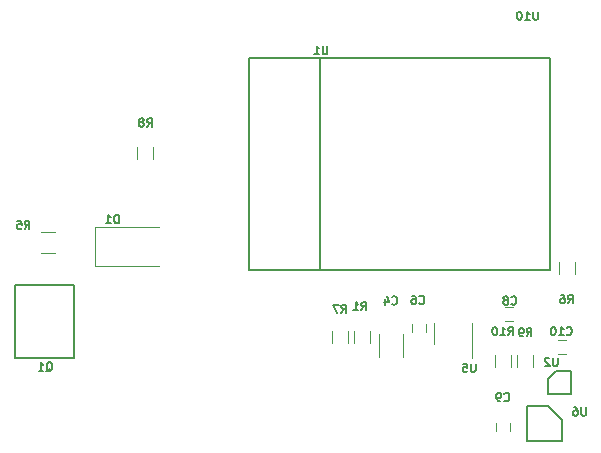
<source format=gbr>
G04 #@! TF.FileFunction,Legend,Bot*
%FSLAX46Y46*%
G04 Gerber Fmt 4.6, Leading zero omitted, Abs format (unit mm)*
G04 Created by KiCad (PCBNEW 4.0.7-e2-6376~58~ubuntu17.04.1) date Mon Oct 16 15:51:18 2017*
%MOMM*%
%LPD*%
G01*
G04 APERTURE LIST*
%ADD10C,0.100000*%
%ADD11C,0.150000*%
%ADD12C,0.120000*%
G04 APERTURE END LIST*
D10*
D11*
X136730000Y-109170000D02*
X130730000Y-109170000D01*
X130730000Y-109170000D02*
X130730000Y-91170000D01*
X130730000Y-91170000D02*
X136730000Y-91170000D01*
X136730000Y-91170000D02*
X136730000Y-109170000D01*
X136730000Y-109170000D02*
X156230000Y-109170000D01*
X156230000Y-109170000D02*
X156230000Y-91170000D01*
X156230000Y-91170000D02*
X136730000Y-91170000D01*
D12*
X141720000Y-116560000D02*
X141720000Y-114560000D01*
X143760000Y-114560000D02*
X143760000Y-116560000D01*
X144540000Y-113710000D02*
X144540000Y-114410000D01*
X145740000Y-114410000D02*
X145740000Y-113710000D01*
X153090000Y-112260000D02*
X152390000Y-112260000D01*
X152390000Y-113460000D02*
X153090000Y-113460000D01*
X151640000Y-122110000D02*
X151640000Y-122810000D01*
X152840000Y-122810000D02*
X152840000Y-122110000D01*
X156890000Y-116260000D02*
X157590000Y-116260000D01*
X157590000Y-115060000D02*
X156890000Y-115060000D01*
X117740000Y-108810000D02*
X117740000Y-105510000D01*
X117740000Y-105510000D02*
X123140000Y-105510000D01*
X117740000Y-108810000D02*
X123140000Y-108810000D01*
D11*
X110950000Y-110390000D02*
X113450000Y-110390000D01*
X110950000Y-116590000D02*
X110950000Y-110390000D01*
X113450000Y-116590000D02*
X110950000Y-116590000D01*
X115950000Y-116590000D02*
X113450000Y-116590000D01*
X115950000Y-110390000D02*
X115950000Y-116590000D01*
X113450000Y-110390000D02*
X115950000Y-110390000D01*
D12*
X114300000Y-105960000D02*
X113100000Y-105960000D01*
X113100000Y-107720000D02*
X114300000Y-107720000D01*
X156960000Y-108460000D02*
X156960000Y-109460000D01*
X158320000Y-109460000D02*
X158320000Y-108460000D01*
X137760000Y-114360000D02*
X137760000Y-115360000D01*
X139120000Y-115360000D02*
X139120000Y-114360000D01*
X122620000Y-99760000D02*
X122620000Y-98760000D01*
X121260000Y-98760000D02*
X121260000Y-99760000D01*
X154820000Y-117360000D02*
X154820000Y-116360000D01*
X153460000Y-116360000D02*
X153460000Y-117360000D01*
X152920000Y-117360000D02*
X152920000Y-116360000D01*
X151560000Y-116360000D02*
X151560000Y-117360000D01*
D11*
X156740000Y-117690000D02*
X156040000Y-118410000D01*
X156040000Y-118410000D02*
X156040000Y-119690000D01*
X156040000Y-119690000D02*
X158040000Y-119690000D01*
X156740000Y-117690000D02*
X158040000Y-117690000D01*
X158040000Y-117690000D02*
X158040000Y-119690000D01*
D12*
X146430000Y-115460000D02*
X146430000Y-113660000D01*
X149650000Y-113660000D02*
X149650000Y-116610000D01*
D11*
X157260000Y-121860000D02*
X156070000Y-120660000D01*
X154270000Y-123660000D02*
X154270000Y-120660000D01*
X157270000Y-123660000D02*
X154270000Y-123660000D01*
X157260000Y-121860000D02*
X157270000Y-123660000D01*
X154270000Y-120660000D02*
X156070000Y-120660000D01*
D12*
X141020000Y-115360000D02*
X141020000Y-114360000D01*
X139660000Y-114360000D02*
X139660000Y-115360000D01*
D11*
X137373333Y-90176667D02*
X137373333Y-90743333D01*
X137340000Y-90810000D01*
X137306667Y-90843333D01*
X137240000Y-90876667D01*
X137106667Y-90876667D01*
X137040000Y-90843333D01*
X137006667Y-90810000D01*
X136973333Y-90743333D01*
X136973333Y-90176667D01*
X136273334Y-90876667D02*
X136673334Y-90876667D01*
X136473334Y-90876667D02*
X136473334Y-90176667D01*
X136540000Y-90276667D01*
X136606667Y-90343333D01*
X136673334Y-90376667D01*
X142856666Y-112010000D02*
X142890000Y-112043333D01*
X142990000Y-112076667D01*
X143056666Y-112076667D01*
X143156666Y-112043333D01*
X143223333Y-111976667D01*
X143256666Y-111910000D01*
X143290000Y-111776667D01*
X143290000Y-111676667D01*
X143256666Y-111543333D01*
X143223333Y-111476667D01*
X143156666Y-111410000D01*
X143056666Y-111376667D01*
X142990000Y-111376667D01*
X142890000Y-111410000D01*
X142856666Y-111443333D01*
X142256666Y-111610000D02*
X142256666Y-112076667D01*
X142423333Y-111343333D02*
X142590000Y-111843333D01*
X142156666Y-111843333D01*
X145156666Y-111960000D02*
X145190000Y-111993333D01*
X145290000Y-112026667D01*
X145356666Y-112026667D01*
X145456666Y-111993333D01*
X145523333Y-111926667D01*
X145556666Y-111860000D01*
X145590000Y-111726667D01*
X145590000Y-111626667D01*
X145556666Y-111493333D01*
X145523333Y-111426667D01*
X145456666Y-111360000D01*
X145356666Y-111326667D01*
X145290000Y-111326667D01*
X145190000Y-111360000D01*
X145156666Y-111393333D01*
X144556666Y-111326667D02*
X144690000Y-111326667D01*
X144756666Y-111360000D01*
X144790000Y-111393333D01*
X144856666Y-111493333D01*
X144890000Y-111626667D01*
X144890000Y-111893333D01*
X144856666Y-111960000D01*
X144823333Y-111993333D01*
X144756666Y-112026667D01*
X144623333Y-112026667D01*
X144556666Y-111993333D01*
X144523333Y-111960000D01*
X144490000Y-111893333D01*
X144490000Y-111726667D01*
X144523333Y-111660000D01*
X144556666Y-111626667D01*
X144623333Y-111593333D01*
X144756666Y-111593333D01*
X144823333Y-111626667D01*
X144856666Y-111660000D01*
X144890000Y-111726667D01*
X152956666Y-112010000D02*
X152990000Y-112043333D01*
X153090000Y-112076667D01*
X153156666Y-112076667D01*
X153256666Y-112043333D01*
X153323333Y-111976667D01*
X153356666Y-111910000D01*
X153390000Y-111776667D01*
X153390000Y-111676667D01*
X153356666Y-111543333D01*
X153323333Y-111476667D01*
X153256666Y-111410000D01*
X153156666Y-111376667D01*
X153090000Y-111376667D01*
X152990000Y-111410000D01*
X152956666Y-111443333D01*
X152556666Y-111676667D02*
X152623333Y-111643333D01*
X152656666Y-111610000D01*
X152690000Y-111543333D01*
X152690000Y-111510000D01*
X152656666Y-111443333D01*
X152623333Y-111410000D01*
X152556666Y-111376667D01*
X152423333Y-111376667D01*
X152356666Y-111410000D01*
X152323333Y-111443333D01*
X152290000Y-111510000D01*
X152290000Y-111543333D01*
X152323333Y-111610000D01*
X152356666Y-111643333D01*
X152423333Y-111676667D01*
X152556666Y-111676667D01*
X152623333Y-111710000D01*
X152656666Y-111743333D01*
X152690000Y-111810000D01*
X152690000Y-111943333D01*
X152656666Y-112010000D01*
X152623333Y-112043333D01*
X152556666Y-112076667D01*
X152423333Y-112076667D01*
X152356666Y-112043333D01*
X152323333Y-112010000D01*
X152290000Y-111943333D01*
X152290000Y-111810000D01*
X152323333Y-111743333D01*
X152356666Y-111710000D01*
X152423333Y-111676667D01*
X152356666Y-120210000D02*
X152390000Y-120243333D01*
X152490000Y-120276667D01*
X152556666Y-120276667D01*
X152656666Y-120243333D01*
X152723333Y-120176667D01*
X152756666Y-120110000D01*
X152790000Y-119976667D01*
X152790000Y-119876667D01*
X152756666Y-119743333D01*
X152723333Y-119676667D01*
X152656666Y-119610000D01*
X152556666Y-119576667D01*
X152490000Y-119576667D01*
X152390000Y-119610000D01*
X152356666Y-119643333D01*
X152023333Y-120276667D02*
X151890000Y-120276667D01*
X151823333Y-120243333D01*
X151790000Y-120210000D01*
X151723333Y-120110000D01*
X151690000Y-119976667D01*
X151690000Y-119710000D01*
X151723333Y-119643333D01*
X151756666Y-119610000D01*
X151823333Y-119576667D01*
X151956666Y-119576667D01*
X152023333Y-119610000D01*
X152056666Y-119643333D01*
X152090000Y-119710000D01*
X152090000Y-119876667D01*
X152056666Y-119943333D01*
X152023333Y-119976667D01*
X151956666Y-120010000D01*
X151823333Y-120010000D01*
X151756666Y-119976667D01*
X151723333Y-119943333D01*
X151690000Y-119876667D01*
X157640000Y-114610000D02*
X157673334Y-114643333D01*
X157773334Y-114676667D01*
X157840000Y-114676667D01*
X157940000Y-114643333D01*
X158006667Y-114576667D01*
X158040000Y-114510000D01*
X158073334Y-114376667D01*
X158073334Y-114276667D01*
X158040000Y-114143333D01*
X158006667Y-114076667D01*
X157940000Y-114010000D01*
X157840000Y-113976667D01*
X157773334Y-113976667D01*
X157673334Y-114010000D01*
X157640000Y-114043333D01*
X156973334Y-114676667D02*
X157373334Y-114676667D01*
X157173334Y-114676667D02*
X157173334Y-113976667D01*
X157240000Y-114076667D01*
X157306667Y-114143333D01*
X157373334Y-114176667D01*
X156540000Y-113976667D02*
X156473333Y-113976667D01*
X156406667Y-114010000D01*
X156373333Y-114043333D01*
X156340000Y-114110000D01*
X156306667Y-114243333D01*
X156306667Y-114410000D01*
X156340000Y-114543333D01*
X156373333Y-114610000D01*
X156406667Y-114643333D01*
X156473333Y-114676667D01*
X156540000Y-114676667D01*
X156606667Y-114643333D01*
X156640000Y-114610000D01*
X156673333Y-114543333D01*
X156706667Y-114410000D01*
X156706667Y-114243333D01*
X156673333Y-114110000D01*
X156640000Y-114043333D01*
X156606667Y-114010000D01*
X156540000Y-113976667D01*
X119706666Y-105176667D02*
X119706666Y-104476667D01*
X119540000Y-104476667D01*
X119440000Y-104510000D01*
X119373333Y-104576667D01*
X119340000Y-104643333D01*
X119306666Y-104776667D01*
X119306666Y-104876667D01*
X119340000Y-105010000D01*
X119373333Y-105076667D01*
X119440000Y-105143333D01*
X119540000Y-105176667D01*
X119706666Y-105176667D01*
X118640000Y-105176667D02*
X119040000Y-105176667D01*
X118840000Y-105176667D02*
X118840000Y-104476667D01*
X118906666Y-104576667D01*
X118973333Y-104643333D01*
X119040000Y-104676667D01*
X113566667Y-117743333D02*
X113633333Y-117710000D01*
X113700000Y-117643333D01*
X113800000Y-117543333D01*
X113866667Y-117510000D01*
X113933333Y-117510000D01*
X113900000Y-117676667D02*
X113966667Y-117643333D01*
X114033333Y-117576667D01*
X114066667Y-117443333D01*
X114066667Y-117210000D01*
X114033333Y-117076667D01*
X113966667Y-117010000D01*
X113900000Y-116976667D01*
X113766667Y-116976667D01*
X113700000Y-117010000D01*
X113633333Y-117076667D01*
X113600000Y-117210000D01*
X113600000Y-117443333D01*
X113633333Y-117576667D01*
X113700000Y-117643333D01*
X113766667Y-117676667D01*
X113900000Y-117676667D01*
X112933334Y-117676667D02*
X113333334Y-117676667D01*
X113133334Y-117676667D02*
X113133334Y-116976667D01*
X113200000Y-117076667D01*
X113266667Y-117143333D01*
X113333334Y-117176667D01*
X111756666Y-105676667D02*
X111990000Y-105343333D01*
X112156666Y-105676667D02*
X112156666Y-104976667D01*
X111890000Y-104976667D01*
X111823333Y-105010000D01*
X111790000Y-105043333D01*
X111756666Y-105110000D01*
X111756666Y-105210000D01*
X111790000Y-105276667D01*
X111823333Y-105310000D01*
X111890000Y-105343333D01*
X112156666Y-105343333D01*
X111123333Y-104976667D02*
X111456666Y-104976667D01*
X111490000Y-105310000D01*
X111456666Y-105276667D01*
X111390000Y-105243333D01*
X111223333Y-105243333D01*
X111156666Y-105276667D01*
X111123333Y-105310000D01*
X111090000Y-105376667D01*
X111090000Y-105543333D01*
X111123333Y-105610000D01*
X111156666Y-105643333D01*
X111223333Y-105676667D01*
X111390000Y-105676667D01*
X111456666Y-105643333D01*
X111490000Y-105610000D01*
X157756666Y-111976667D02*
X157990000Y-111643333D01*
X158156666Y-111976667D02*
X158156666Y-111276667D01*
X157890000Y-111276667D01*
X157823333Y-111310000D01*
X157790000Y-111343333D01*
X157756666Y-111410000D01*
X157756666Y-111510000D01*
X157790000Y-111576667D01*
X157823333Y-111610000D01*
X157890000Y-111643333D01*
X158156666Y-111643333D01*
X157156666Y-111276667D02*
X157290000Y-111276667D01*
X157356666Y-111310000D01*
X157390000Y-111343333D01*
X157456666Y-111443333D01*
X157490000Y-111576667D01*
X157490000Y-111843333D01*
X157456666Y-111910000D01*
X157423333Y-111943333D01*
X157356666Y-111976667D01*
X157223333Y-111976667D01*
X157156666Y-111943333D01*
X157123333Y-111910000D01*
X157090000Y-111843333D01*
X157090000Y-111676667D01*
X157123333Y-111610000D01*
X157156666Y-111576667D01*
X157223333Y-111543333D01*
X157356666Y-111543333D01*
X157423333Y-111576667D01*
X157456666Y-111610000D01*
X157490000Y-111676667D01*
X138556666Y-112776667D02*
X138790000Y-112443333D01*
X138956666Y-112776667D02*
X138956666Y-112076667D01*
X138690000Y-112076667D01*
X138623333Y-112110000D01*
X138590000Y-112143333D01*
X138556666Y-112210000D01*
X138556666Y-112310000D01*
X138590000Y-112376667D01*
X138623333Y-112410000D01*
X138690000Y-112443333D01*
X138956666Y-112443333D01*
X138323333Y-112076667D02*
X137856666Y-112076667D01*
X138156666Y-112776667D01*
X122106666Y-97026667D02*
X122340000Y-96693333D01*
X122506666Y-97026667D02*
X122506666Y-96326667D01*
X122240000Y-96326667D01*
X122173333Y-96360000D01*
X122140000Y-96393333D01*
X122106666Y-96460000D01*
X122106666Y-96560000D01*
X122140000Y-96626667D01*
X122173333Y-96660000D01*
X122240000Y-96693333D01*
X122506666Y-96693333D01*
X121706666Y-96626667D02*
X121773333Y-96593333D01*
X121806666Y-96560000D01*
X121840000Y-96493333D01*
X121840000Y-96460000D01*
X121806666Y-96393333D01*
X121773333Y-96360000D01*
X121706666Y-96326667D01*
X121573333Y-96326667D01*
X121506666Y-96360000D01*
X121473333Y-96393333D01*
X121440000Y-96460000D01*
X121440000Y-96493333D01*
X121473333Y-96560000D01*
X121506666Y-96593333D01*
X121573333Y-96626667D01*
X121706666Y-96626667D01*
X121773333Y-96660000D01*
X121806666Y-96693333D01*
X121840000Y-96760000D01*
X121840000Y-96893333D01*
X121806666Y-96960000D01*
X121773333Y-96993333D01*
X121706666Y-97026667D01*
X121573333Y-97026667D01*
X121506666Y-96993333D01*
X121473333Y-96960000D01*
X121440000Y-96893333D01*
X121440000Y-96760000D01*
X121473333Y-96693333D01*
X121506666Y-96660000D01*
X121573333Y-96626667D01*
X154256666Y-114776667D02*
X154490000Y-114443333D01*
X154656666Y-114776667D02*
X154656666Y-114076667D01*
X154390000Y-114076667D01*
X154323333Y-114110000D01*
X154290000Y-114143333D01*
X154256666Y-114210000D01*
X154256666Y-114310000D01*
X154290000Y-114376667D01*
X154323333Y-114410000D01*
X154390000Y-114443333D01*
X154656666Y-114443333D01*
X153923333Y-114776667D02*
X153790000Y-114776667D01*
X153723333Y-114743333D01*
X153690000Y-114710000D01*
X153623333Y-114610000D01*
X153590000Y-114476667D01*
X153590000Y-114210000D01*
X153623333Y-114143333D01*
X153656666Y-114110000D01*
X153723333Y-114076667D01*
X153856666Y-114076667D01*
X153923333Y-114110000D01*
X153956666Y-114143333D01*
X153990000Y-114210000D01*
X153990000Y-114376667D01*
X153956666Y-114443333D01*
X153923333Y-114476667D01*
X153856666Y-114510000D01*
X153723333Y-114510000D01*
X153656666Y-114476667D01*
X153623333Y-114443333D01*
X153590000Y-114376667D01*
X152690000Y-114676667D02*
X152923334Y-114343333D01*
X153090000Y-114676667D02*
X153090000Y-113976667D01*
X152823334Y-113976667D01*
X152756667Y-114010000D01*
X152723334Y-114043333D01*
X152690000Y-114110000D01*
X152690000Y-114210000D01*
X152723334Y-114276667D01*
X152756667Y-114310000D01*
X152823334Y-114343333D01*
X153090000Y-114343333D01*
X152023334Y-114676667D02*
X152423334Y-114676667D01*
X152223334Y-114676667D02*
X152223334Y-113976667D01*
X152290000Y-114076667D01*
X152356667Y-114143333D01*
X152423334Y-114176667D01*
X151590000Y-113976667D02*
X151523333Y-113976667D01*
X151456667Y-114010000D01*
X151423333Y-114043333D01*
X151390000Y-114110000D01*
X151356667Y-114243333D01*
X151356667Y-114410000D01*
X151390000Y-114543333D01*
X151423333Y-114610000D01*
X151456667Y-114643333D01*
X151523333Y-114676667D01*
X151590000Y-114676667D01*
X151656667Y-114643333D01*
X151690000Y-114610000D01*
X151723333Y-114543333D01*
X151756667Y-114410000D01*
X151756667Y-114243333D01*
X151723333Y-114110000D01*
X151690000Y-114043333D01*
X151656667Y-114010000D01*
X151590000Y-113976667D01*
X156873333Y-116576667D02*
X156873333Y-117143333D01*
X156840000Y-117210000D01*
X156806667Y-117243333D01*
X156740000Y-117276667D01*
X156606667Y-117276667D01*
X156540000Y-117243333D01*
X156506667Y-117210000D01*
X156473333Y-117143333D01*
X156473333Y-116576667D01*
X156173334Y-116643333D02*
X156140000Y-116610000D01*
X156073334Y-116576667D01*
X155906667Y-116576667D01*
X155840000Y-116610000D01*
X155806667Y-116643333D01*
X155773334Y-116710000D01*
X155773334Y-116776667D01*
X155806667Y-116876667D01*
X156206667Y-117276667D01*
X155773334Y-117276667D01*
X149923333Y-117076667D02*
X149923333Y-117643333D01*
X149890000Y-117710000D01*
X149856667Y-117743333D01*
X149790000Y-117776667D01*
X149656667Y-117776667D01*
X149590000Y-117743333D01*
X149556667Y-117710000D01*
X149523333Y-117643333D01*
X149523333Y-117076667D01*
X148856667Y-117076667D02*
X149190000Y-117076667D01*
X149223334Y-117410000D01*
X149190000Y-117376667D01*
X149123334Y-117343333D01*
X148956667Y-117343333D01*
X148890000Y-117376667D01*
X148856667Y-117410000D01*
X148823334Y-117476667D01*
X148823334Y-117643333D01*
X148856667Y-117710000D01*
X148890000Y-117743333D01*
X148956667Y-117776667D01*
X149123334Y-117776667D01*
X149190000Y-117743333D01*
X149223334Y-117710000D01*
X159273333Y-120776667D02*
X159273333Y-121343333D01*
X159240000Y-121410000D01*
X159206667Y-121443333D01*
X159140000Y-121476667D01*
X159006667Y-121476667D01*
X158940000Y-121443333D01*
X158906667Y-121410000D01*
X158873333Y-121343333D01*
X158873333Y-120776667D01*
X158240000Y-120776667D02*
X158373334Y-120776667D01*
X158440000Y-120810000D01*
X158473334Y-120843333D01*
X158540000Y-120943333D01*
X158573334Y-121076667D01*
X158573334Y-121343333D01*
X158540000Y-121410000D01*
X158506667Y-121443333D01*
X158440000Y-121476667D01*
X158306667Y-121476667D01*
X158240000Y-121443333D01*
X158206667Y-121410000D01*
X158173334Y-121343333D01*
X158173334Y-121176667D01*
X158206667Y-121110000D01*
X158240000Y-121076667D01*
X158306667Y-121043333D01*
X158440000Y-121043333D01*
X158506667Y-121076667D01*
X158540000Y-121110000D01*
X158573334Y-121176667D01*
X155206666Y-87276667D02*
X155206666Y-87843333D01*
X155173333Y-87910000D01*
X155140000Y-87943333D01*
X155073333Y-87976667D01*
X154940000Y-87976667D01*
X154873333Y-87943333D01*
X154840000Y-87910000D01*
X154806666Y-87843333D01*
X154806666Y-87276667D01*
X154106667Y-87976667D02*
X154506667Y-87976667D01*
X154306667Y-87976667D02*
X154306667Y-87276667D01*
X154373333Y-87376667D01*
X154440000Y-87443333D01*
X154506667Y-87476667D01*
X153673333Y-87276667D02*
X153606666Y-87276667D01*
X153540000Y-87310000D01*
X153506666Y-87343333D01*
X153473333Y-87410000D01*
X153440000Y-87543333D01*
X153440000Y-87710000D01*
X153473333Y-87843333D01*
X153506666Y-87910000D01*
X153540000Y-87943333D01*
X153606666Y-87976667D01*
X153673333Y-87976667D01*
X153740000Y-87943333D01*
X153773333Y-87910000D01*
X153806666Y-87843333D01*
X153840000Y-87710000D01*
X153840000Y-87543333D01*
X153806666Y-87410000D01*
X153773333Y-87343333D01*
X153740000Y-87310000D01*
X153673333Y-87276667D01*
X140256666Y-112576667D02*
X140490000Y-112243333D01*
X140656666Y-112576667D02*
X140656666Y-111876667D01*
X140390000Y-111876667D01*
X140323333Y-111910000D01*
X140290000Y-111943333D01*
X140256666Y-112010000D01*
X140256666Y-112110000D01*
X140290000Y-112176667D01*
X140323333Y-112210000D01*
X140390000Y-112243333D01*
X140656666Y-112243333D01*
X139590000Y-112576667D02*
X139990000Y-112576667D01*
X139790000Y-112576667D02*
X139790000Y-111876667D01*
X139856666Y-111976667D01*
X139923333Y-112043333D01*
X139990000Y-112076667D01*
M02*

</source>
